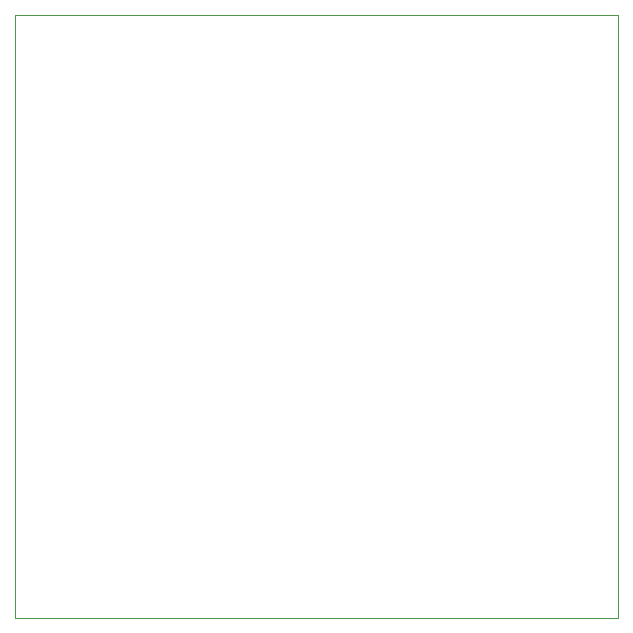
<source format=gbr>
G04 #@! TF.GenerationSoftware,KiCad,Pcbnew,5.1.5-1.fc31*
G04 #@! TF.CreationDate,2020-05-08T16:11:04+02:00*
G04 #@! TF.ProjectId,mcu,6d63752e-6b69-4636-9164-5f7063625858,rev?*
G04 #@! TF.SameCoordinates,Original*
G04 #@! TF.FileFunction,Profile,NP*
%FSLAX46Y46*%
G04 Gerber Fmt 4.6, Leading zero omitted, Abs format (unit mm)*
G04 Created by KiCad (PCBNEW 5.1.5-1.fc31) date 2020-05-08 16:11:04*
%MOMM*%
%LPD*%
G04 APERTURE LIST*
%ADD10C,0.050000*%
G04 APERTURE END LIST*
D10*
X43000000Y-57000000D02*
X43000000Y-6000000D01*
X94000000Y-57000000D02*
X43000000Y-57000000D01*
X94000000Y-6000000D02*
X94000000Y-57000000D01*
X43000000Y-6000000D02*
X94000000Y-6000000D01*
M02*

</source>
